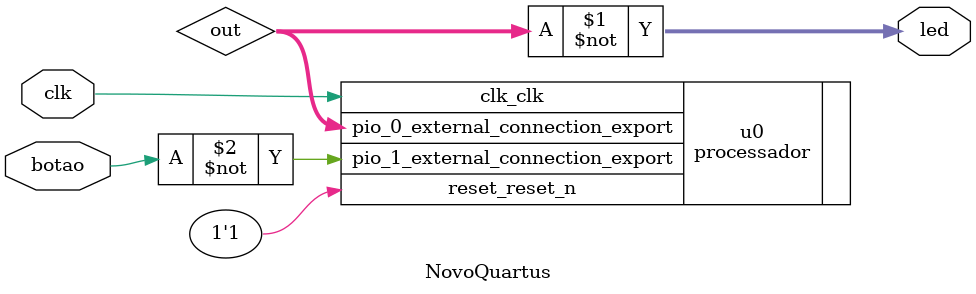
<source format=v>
module NovoQuartus (clk, botao, led);
input clk, botao;
output [3:0] led;
wire [3:0] out;
assign led = ~out;
  processador u0 (
        .clk_clk                          (clk),                          //                       clk.clk
        .reset_reset_n                    (1'b1),                    //                     reset.reset_n
        .pio_0_external_connection_export (out), // pio_0_external_connection.export
        .pio_1_external_connection_export (~botao)  // pio_1_external_connection.export
    );
endmodule 
</source>
